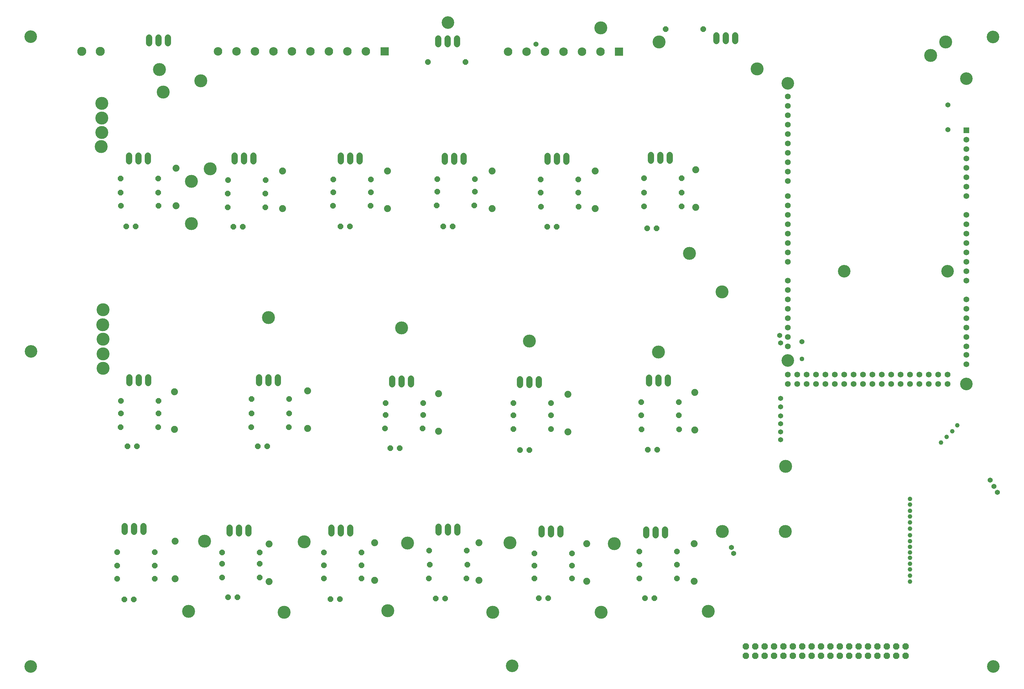
<source format=gbr>
G04 EAGLE Gerber RS-274X export*
G75*
%MOMM*%
%FSLAX34Y34*%
%LPD*%
%INSoldermask Bottom*%
%IPPOS*%
%AMOC8*
5,1,8,0,0,1.08239X$1,22.5*%
G01*
%ADD10C,3.403200*%
%ADD11R,1.561200X1.561200*%
%ADD12C,1.561200*%
%ADD13C,1.879600*%
%ADD14P,1.649562X8X22.500000*%
%ADD15R,2.303200X2.303200*%
%ADD16C,2.303200*%
%ADD17C,2.453200*%
%ADD18C,1.727200*%
%ADD19P,1.649562X8X202.500000*%
%ADD20P,1.869504X8X202.500000*%
%ADD21C,1.371600*%
%ADD22C,1.295400*%
%ADD23C,3.505200*%
%ADD24C,1.244600*%


D10*
X98995Y1801005D03*
X98995Y98995D03*
X2700000Y1800000D03*
X2701005Y98995D03*
X1226840Y1839154D03*
X1399951Y100000D03*
X100000Y950030D03*
D11*
X2627630Y1548130D03*
D12*
X2627630Y1522730D03*
X2627630Y1497330D03*
X2627630Y1471930D03*
X2627630Y1446530D03*
X2627630Y1421130D03*
X2627630Y1395730D03*
X2627630Y1370330D03*
X2627630Y1319530D03*
X2627630Y1294130D03*
X2627630Y1268730D03*
X2627630Y1243330D03*
X2627630Y1217930D03*
X2627630Y1192530D03*
X2627630Y1167130D03*
X2627630Y1141730D03*
X2627630Y1090930D03*
X2627630Y1065530D03*
X2627630Y1040130D03*
X2627630Y1014730D03*
X2627630Y989330D03*
X2627630Y963930D03*
X2627630Y941070D03*
X2627630Y915670D03*
X2576830Y862330D03*
X2576830Y887730D03*
X2551430Y862330D03*
X2551430Y887730D03*
X2526030Y862330D03*
X2526030Y887730D03*
X2500630Y862330D03*
X2500630Y887730D03*
X2475230Y887730D03*
X2475230Y862330D03*
X2449830Y887730D03*
X2449830Y862330D03*
X2424430Y887730D03*
X2424430Y862330D03*
X2399030Y887730D03*
X2399030Y862330D03*
X2373630Y887730D03*
X2373630Y862330D03*
X2348230Y887730D03*
X2348230Y862330D03*
X2322830Y887730D03*
X2322830Y862330D03*
X2297430Y887730D03*
X2297430Y862330D03*
X2272030Y887730D03*
X2272030Y862330D03*
X2246630Y887730D03*
X2246630Y862330D03*
X2221230Y887730D03*
X2221230Y862330D03*
X2195830Y887730D03*
X2195830Y862330D03*
X2170430Y887730D03*
X2170430Y862330D03*
X2145030Y887730D03*
X2145030Y862330D03*
X2145030Y963930D03*
X2145030Y989330D03*
X2145030Y1014730D03*
X2145030Y1040130D03*
X2145030Y1065530D03*
X2145030Y1090930D03*
X2145030Y1116330D03*
X2145030Y1141730D03*
X2145030Y1192530D03*
X2145030Y1217930D03*
X2145030Y1243330D03*
X2145030Y1268730D03*
X2145030Y1294130D03*
X2145030Y1319530D03*
X2145030Y1344930D03*
X2145030Y1370330D03*
X2145030Y1410970D03*
X2145030Y1436370D03*
X2145030Y1461770D03*
X2145030Y1487170D03*
X2145030Y1512570D03*
X2145030Y1537970D03*
X2145030Y1563370D03*
X2145030Y1588770D03*
X2145030Y1614170D03*
X2145030Y1639570D03*
D10*
X2627630Y1687830D03*
X2576830Y1167130D03*
X2297430Y1167130D03*
X2145030Y1675130D03*
X2627630Y862330D03*
X2145030Y925830D03*
D13*
X491490Y1445260D03*
X491490Y1343660D03*
X1893570Y839470D03*
X1893570Y737870D03*
X1892300Y430530D03*
X1892300Y328930D03*
X1601470Y430530D03*
X1601470Y328930D03*
X1310640Y433070D03*
X1310640Y331470D03*
X1028700Y433070D03*
X1028700Y331470D03*
X742950Y429260D03*
X742950Y327660D03*
X488950Y436880D03*
X488950Y335280D03*
X779780Y1437640D03*
X779780Y1336040D03*
X1062990Y1437640D03*
X1062990Y1336040D03*
X1346200Y1437640D03*
X1346200Y1336040D03*
X1624330Y1437640D03*
X1624330Y1336040D03*
X1896110Y1441450D03*
X1896110Y1339850D03*
X847090Y843280D03*
X847090Y741680D03*
X1201420Y835660D03*
X1201420Y734060D03*
X1550670Y834390D03*
X1550670Y732790D03*
D14*
X356870Y1288415D03*
X382270Y1288415D03*
X1766570Y684530D03*
X1791970Y684530D03*
X1758950Y283210D03*
X1784350Y283210D03*
X1471930Y283210D03*
X1497330Y283210D03*
X1193800Y281940D03*
X1219200Y281940D03*
X909320Y280670D03*
X934720Y280670D03*
X632460Y285750D03*
X657860Y285750D03*
X351790Y279400D03*
X377190Y279400D03*
X646430Y1287145D03*
X671830Y1287145D03*
X935990Y1288415D03*
X961390Y1288415D03*
X1214120Y1288415D03*
X1239520Y1288415D03*
X1494790Y1287145D03*
X1520190Y1287145D03*
X1765300Y1283335D03*
X1790700Y1283335D03*
X712470Y693420D03*
X737870Y693420D03*
X1070610Y688340D03*
X1096010Y688340D03*
X1421130Y683260D03*
X1446530Y683260D03*
D15*
X1055370Y1761490D03*
D16*
X1005370Y1761490D03*
X955370Y1761490D03*
X905370Y1761490D03*
X855370Y1761490D03*
X805370Y1761490D03*
X755370Y1761490D03*
X705370Y1761490D03*
X655370Y1761490D03*
X605370Y1761490D03*
D17*
X287020Y1761490D03*
X237020Y1761490D03*
D18*
X364490Y1479550D02*
X364490Y1464310D01*
X389890Y1464310D02*
X389890Y1479550D01*
X415290Y1479550D02*
X415290Y1464310D01*
X1770380Y878840D02*
X1770380Y863600D01*
X1795780Y863600D02*
X1795780Y878840D01*
X1821180Y878840D02*
X1821180Y863600D01*
X1762760Y468630D02*
X1762760Y453390D01*
X1788160Y453390D02*
X1788160Y468630D01*
X1813560Y468630D02*
X1813560Y453390D01*
X1479550Y455930D02*
X1479550Y471170D01*
X1504950Y471170D02*
X1504950Y455930D01*
X1530350Y455930D02*
X1530350Y471170D01*
X1201420Y476250D02*
X1201420Y461010D01*
X1226820Y461010D02*
X1226820Y476250D01*
X1252220Y476250D02*
X1252220Y461010D01*
X911860Y458470D02*
X911860Y473710D01*
X937260Y473710D02*
X937260Y458470D01*
X962660Y458470D02*
X962660Y473710D01*
X636270Y473710D02*
X636270Y458470D01*
X661670Y458470D02*
X661670Y473710D01*
X687070Y473710D02*
X687070Y458470D01*
X353060Y462280D02*
X353060Y477520D01*
X378460Y477520D02*
X378460Y462280D01*
X403860Y462280D02*
X403860Y477520D01*
X650240Y1464310D02*
X650240Y1479550D01*
X675640Y1479550D02*
X675640Y1464310D01*
X701040Y1464310D02*
X701040Y1479550D01*
X937260Y1479550D02*
X937260Y1464310D01*
X962660Y1464310D02*
X962660Y1479550D01*
X988060Y1479550D02*
X988060Y1464310D01*
X1217930Y1463040D02*
X1217930Y1478280D01*
X1243330Y1478280D02*
X1243330Y1463040D01*
X1268730Y1463040D02*
X1268730Y1478280D01*
X1496060Y1478280D02*
X1496060Y1463040D01*
X1521460Y1463040D02*
X1521460Y1478280D01*
X1546860Y1478280D02*
X1546860Y1463040D01*
X1775460Y1465580D02*
X1775460Y1480820D01*
X1800860Y1480820D02*
X1800860Y1465580D01*
X1826260Y1465580D02*
X1826260Y1480820D01*
X716280Y880110D02*
X716280Y864870D01*
X741680Y864870D02*
X741680Y880110D01*
X767080Y880110D02*
X767080Y864870D01*
X1075690Y861060D02*
X1075690Y876300D01*
X1101090Y876300D02*
X1101090Y861060D01*
X1126490Y861060D02*
X1126490Y876300D01*
X1421130Y875030D02*
X1421130Y859790D01*
X1446530Y859790D02*
X1446530Y875030D01*
X1471930Y875030D02*
X1471930Y859790D01*
D14*
X341630Y1417320D03*
X443230Y1417320D03*
X1197610Y1416050D03*
X1299210Y1416050D03*
X1197610Y1381760D03*
X1299210Y1381760D03*
X1196340Y1344930D03*
X1297940Y1344930D03*
X1477010Y1414780D03*
X1578610Y1414780D03*
X1477010Y1379220D03*
X1578610Y1379220D03*
X1478280Y1341120D03*
X1579880Y1341120D03*
X1756410Y1418590D03*
X1858010Y1418590D03*
X1756410Y1379220D03*
X1858010Y1379220D03*
X1756410Y1342390D03*
X1858010Y1342390D03*
X695960Y821690D03*
X797560Y821690D03*
X341630Y1379220D03*
X443230Y1379220D03*
X695960Y782320D03*
X797560Y782320D03*
X694690Y745490D03*
X796290Y745490D03*
X1057910Y810260D03*
X1159510Y810260D03*
X1057910Y778510D03*
X1159510Y778510D03*
X1056640Y741680D03*
X1158240Y741680D03*
X1403350Y810260D03*
X1504950Y810260D03*
X1403350Y777240D03*
X1504950Y777240D03*
X1403350Y740410D03*
X1504950Y740410D03*
X1748790Y812800D03*
X1850390Y812800D03*
X1748790Y777240D03*
X1850390Y777240D03*
X342900Y1343660D03*
X444500Y1343660D03*
X1750060Y739140D03*
X1851660Y739140D03*
X1743710Y408940D03*
X1845310Y408940D03*
X1743710Y373380D03*
X1845310Y373380D03*
X1743710Y336550D03*
X1845310Y336550D03*
X1460500Y403860D03*
X1562100Y403860D03*
X1460500Y370840D03*
X1562100Y370840D03*
X1460500Y336550D03*
X1562100Y336550D03*
X1176020Y411480D03*
X1277620Y411480D03*
X1177290Y373380D03*
X1278890Y373380D03*
X1174750Y336550D03*
X1276350Y336550D03*
X632460Y1413510D03*
X734060Y1413510D03*
X891540Y406400D03*
X993140Y406400D03*
X891540Y372110D03*
X993140Y372110D03*
X891540Y336550D03*
X993140Y336550D03*
X615950Y406400D03*
X717550Y406400D03*
X615950Y375920D03*
X717550Y375920D03*
X615950Y339090D03*
X717550Y339090D03*
X332740Y407670D03*
X434340Y407670D03*
X332740Y370840D03*
X434340Y370840D03*
X332740Y335280D03*
X434340Y335280D03*
X631190Y1376680D03*
X732790Y1376680D03*
X631190Y1339850D03*
X732790Y1339850D03*
X916940Y1414780D03*
X1018540Y1414780D03*
X916940Y1380490D03*
X1018540Y1380490D03*
X915670Y1343660D03*
X1017270Y1343660D03*
X342900Y782320D03*
X444500Y782320D03*
X342900Y816610D03*
X444500Y816610D03*
X341630Y745490D03*
X443230Y745490D03*
D18*
X365760Y864870D02*
X365760Y880110D01*
X391160Y880110D02*
X391160Y864870D01*
X416560Y864870D02*
X416560Y880110D01*
D14*
X360680Y693420D03*
X386080Y693420D03*
D13*
X487680Y840740D03*
X487680Y739140D03*
D15*
X1689100Y1760220D03*
D16*
X1639100Y1760220D03*
X1589100Y1760220D03*
X1539100Y1760220D03*
X1489100Y1760220D03*
X1439100Y1760220D03*
X1389100Y1760220D03*
D18*
X1250950Y1780540D02*
X1250950Y1795780D01*
X1225550Y1795780D02*
X1225550Y1780540D01*
X1200150Y1780540D02*
X1200150Y1795780D01*
D19*
X1273810Y1732280D03*
X1172210Y1732280D03*
D18*
X419100Y1783080D02*
X419100Y1798320D01*
X444500Y1798320D02*
X444500Y1783080D01*
X469900Y1783080D02*
X469900Y1798320D01*
D20*
X2463800Y127000D03*
X2438400Y127000D03*
X2413000Y127000D03*
X2387600Y127000D03*
X2362200Y127000D03*
X2336800Y127000D03*
X2311400Y127000D03*
X2286000Y127000D03*
X2260600Y127000D03*
X2235200Y127000D03*
X2209800Y127000D03*
X2184400Y127000D03*
X2159000Y127000D03*
X2133600Y127000D03*
X2108200Y127000D03*
X2082800Y127000D03*
X2057400Y127000D03*
X2032000Y127000D03*
X2463800Y152400D03*
X2438400Y152400D03*
X2413000Y152400D03*
X2387600Y152400D03*
X2362200Y152400D03*
X2336800Y152400D03*
X2311400Y152400D03*
X2286000Y152400D03*
X2260600Y152400D03*
X2235200Y152400D03*
X2209800Y152400D03*
X2184400Y152400D03*
X2159000Y152400D03*
X2133600Y152400D03*
X2108200Y152400D03*
X2082800Y152400D03*
X2057400Y152400D03*
X2032000Y152400D03*
D18*
X2002790Y1789430D02*
X2002790Y1804670D01*
X1977390Y1804670D02*
X1977390Y1789430D01*
X1951990Y1789430D02*
X1951990Y1804670D01*
D19*
X1916430Y1821180D03*
X1814830Y1821180D03*
D21*
X2123440Y993140D03*
X2125980Y711200D03*
X2125980Y732790D03*
X2125980Y754380D03*
X2125980Y775970D03*
X2125980Y800100D03*
X2125980Y822960D03*
D22*
X2183130Y929640D03*
D21*
X2692400Y601980D03*
D23*
X289560Y1503680D03*
X294640Y904240D03*
X525780Y247650D03*
X783590Y245110D03*
X1064514Y248920D03*
X1347470Y245110D03*
X1640840Y245110D03*
X1930400Y247650D03*
X294640Y943610D03*
X294640Y982980D03*
X293370Y1022350D03*
X294640Y1062990D03*
X290830Y1541780D03*
X290830Y1581150D03*
X290830Y1620520D03*
X457200Y1651000D03*
X447040Y1711960D03*
D21*
X2702560Y585470D03*
X1992630Y420370D03*
X2711450Y568960D03*
X1998980Y403860D03*
X1464310Y1780540D03*
D23*
X584200Y1443990D03*
X741680Y1041400D03*
X1879600Y1215390D03*
X1101090Y1013460D03*
X1446530Y977900D03*
X1967230Y1110996D03*
X1795780Y948690D03*
X2062480Y1714246D03*
X1968500Y463296D03*
X2531110Y1750060D03*
X2139218Y639542D03*
X2138680Y463550D03*
X1676400Y430530D03*
X1639570Y1825244D03*
X2571750Y1786890D03*
X1797050Y1786890D03*
X1394460Y433070D03*
X1117600Y431800D03*
X838200Y435610D03*
X568960Y436880D03*
D21*
X2125980Y972820D03*
X2183130Y976630D03*
D23*
X558800Y1681480D03*
X533400Y1409700D03*
X533400Y1295400D03*
D21*
X2578100Y1616710D03*
X2578100Y1549400D03*
D24*
X2475230Y327660D03*
X2475230Y360680D03*
X2475230Y392430D03*
X2589530Y734060D03*
X2475230Y421640D03*
X2559050Y703580D03*
X2475230Y453390D03*
X2475230Y487680D03*
X2475230Y519430D03*
X2475230Y551180D03*
X2475230Y344170D03*
X2475230Y376682D03*
X2603500Y750570D03*
X2475230Y406400D03*
X2574290Y718820D03*
X2475230Y436880D03*
X2475230Y471170D03*
X2475230Y504190D03*
X2475230Y535940D03*
M02*

</source>
